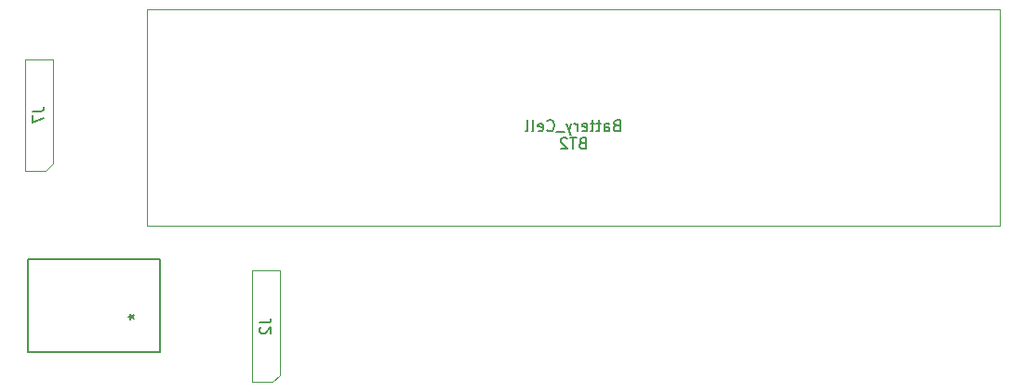
<source format=gbr>
%TF.GenerationSoftware,KiCad,Pcbnew,9.0.3*%
%TF.CreationDate,2025-07-30T11:35:09+02:00*%
%TF.ProjectId,TPOneBoard,54504f6e-6542-46f6-9172-642e6b696361,rev?*%
%TF.SameCoordinates,Original*%
%TF.FileFunction,AssemblyDrawing,Bot*%
%FSLAX46Y46*%
G04 Gerber Fmt 4.6, Leading zero omitted, Abs format (unit mm)*
G04 Created by KiCad (PCBNEW 9.0.3) date 2025-07-30 11:35:09*
%MOMM*%
%LPD*%
G01*
G04 APERTURE LIST*
%ADD10C,0.150000*%
%ADD11C,0.100000*%
%ADD12C,0.152400*%
G04 APERTURE END LIST*
D10*
X175969819Y-114551666D02*
X176684104Y-114551666D01*
X176684104Y-114551666D02*
X176826961Y-114504047D01*
X176826961Y-114504047D02*
X176922200Y-114408809D01*
X176922200Y-114408809D02*
X176969819Y-114265952D01*
X176969819Y-114265952D02*
X176969819Y-114170714D01*
X176065057Y-114980238D02*
X176017438Y-115027857D01*
X176017438Y-115027857D02*
X175969819Y-115123095D01*
X175969819Y-115123095D02*
X175969819Y-115361190D01*
X175969819Y-115361190D02*
X176017438Y-115456428D01*
X176017438Y-115456428D02*
X176065057Y-115504047D01*
X176065057Y-115504047D02*
X176160295Y-115551666D01*
X176160295Y-115551666D02*
X176255533Y-115551666D01*
X176255533Y-115551666D02*
X176398390Y-115504047D01*
X176398390Y-115504047D02*
X176969819Y-114932619D01*
X176969819Y-114932619D02*
X176969819Y-115551666D01*
X208418763Y-96566009D02*
X208275906Y-96613628D01*
X208275906Y-96613628D02*
X208228287Y-96661247D01*
X208228287Y-96661247D02*
X208180668Y-96756485D01*
X208180668Y-96756485D02*
X208180668Y-96899342D01*
X208180668Y-96899342D02*
X208228287Y-96994580D01*
X208228287Y-96994580D02*
X208275906Y-97042200D01*
X208275906Y-97042200D02*
X208371144Y-97089819D01*
X208371144Y-97089819D02*
X208752096Y-97089819D01*
X208752096Y-97089819D02*
X208752096Y-96089819D01*
X208752096Y-96089819D02*
X208418763Y-96089819D01*
X208418763Y-96089819D02*
X208323525Y-96137438D01*
X208323525Y-96137438D02*
X208275906Y-96185057D01*
X208275906Y-96185057D02*
X208228287Y-96280295D01*
X208228287Y-96280295D02*
X208228287Y-96375533D01*
X208228287Y-96375533D02*
X208275906Y-96470771D01*
X208275906Y-96470771D02*
X208323525Y-96518390D01*
X208323525Y-96518390D02*
X208418763Y-96566009D01*
X208418763Y-96566009D02*
X208752096Y-96566009D01*
X207323525Y-97089819D02*
X207323525Y-96566009D01*
X207323525Y-96566009D02*
X207371144Y-96470771D01*
X207371144Y-96470771D02*
X207466382Y-96423152D01*
X207466382Y-96423152D02*
X207656858Y-96423152D01*
X207656858Y-96423152D02*
X207752096Y-96470771D01*
X207323525Y-97042200D02*
X207418763Y-97089819D01*
X207418763Y-97089819D02*
X207656858Y-97089819D01*
X207656858Y-97089819D02*
X207752096Y-97042200D01*
X207752096Y-97042200D02*
X207799715Y-96946961D01*
X207799715Y-96946961D02*
X207799715Y-96851723D01*
X207799715Y-96851723D02*
X207752096Y-96756485D01*
X207752096Y-96756485D02*
X207656858Y-96708866D01*
X207656858Y-96708866D02*
X207418763Y-96708866D01*
X207418763Y-96708866D02*
X207323525Y-96661247D01*
X206990191Y-96423152D02*
X206609239Y-96423152D01*
X206847334Y-96089819D02*
X206847334Y-96946961D01*
X206847334Y-96946961D02*
X206799715Y-97042200D01*
X206799715Y-97042200D02*
X206704477Y-97089819D01*
X206704477Y-97089819D02*
X206609239Y-97089819D01*
X206418762Y-96423152D02*
X206037810Y-96423152D01*
X206275905Y-96089819D02*
X206275905Y-96946961D01*
X206275905Y-96946961D02*
X206228286Y-97042200D01*
X206228286Y-97042200D02*
X206133048Y-97089819D01*
X206133048Y-97089819D02*
X206037810Y-97089819D01*
X205323524Y-97042200D02*
X205418762Y-97089819D01*
X205418762Y-97089819D02*
X205609238Y-97089819D01*
X205609238Y-97089819D02*
X205704476Y-97042200D01*
X205704476Y-97042200D02*
X205752095Y-96946961D01*
X205752095Y-96946961D02*
X205752095Y-96566009D01*
X205752095Y-96566009D02*
X205704476Y-96470771D01*
X205704476Y-96470771D02*
X205609238Y-96423152D01*
X205609238Y-96423152D02*
X205418762Y-96423152D01*
X205418762Y-96423152D02*
X205323524Y-96470771D01*
X205323524Y-96470771D02*
X205275905Y-96566009D01*
X205275905Y-96566009D02*
X205275905Y-96661247D01*
X205275905Y-96661247D02*
X205752095Y-96756485D01*
X204847333Y-97089819D02*
X204847333Y-96423152D01*
X204847333Y-96613628D02*
X204799714Y-96518390D01*
X204799714Y-96518390D02*
X204752095Y-96470771D01*
X204752095Y-96470771D02*
X204656857Y-96423152D01*
X204656857Y-96423152D02*
X204561619Y-96423152D01*
X204323523Y-96423152D02*
X204085428Y-97089819D01*
X203847333Y-96423152D02*
X204085428Y-97089819D01*
X204085428Y-97089819D02*
X204180666Y-97327914D01*
X204180666Y-97327914D02*
X204228285Y-97375533D01*
X204228285Y-97375533D02*
X204323523Y-97423152D01*
X203704476Y-97185057D02*
X202942571Y-97185057D01*
X202133047Y-96994580D02*
X202180666Y-97042200D01*
X202180666Y-97042200D02*
X202323523Y-97089819D01*
X202323523Y-97089819D02*
X202418761Y-97089819D01*
X202418761Y-97089819D02*
X202561618Y-97042200D01*
X202561618Y-97042200D02*
X202656856Y-96946961D01*
X202656856Y-96946961D02*
X202704475Y-96851723D01*
X202704475Y-96851723D02*
X202752094Y-96661247D01*
X202752094Y-96661247D02*
X202752094Y-96518390D01*
X202752094Y-96518390D02*
X202704475Y-96327914D01*
X202704475Y-96327914D02*
X202656856Y-96232676D01*
X202656856Y-96232676D02*
X202561618Y-96137438D01*
X202561618Y-96137438D02*
X202418761Y-96089819D01*
X202418761Y-96089819D02*
X202323523Y-96089819D01*
X202323523Y-96089819D02*
X202180666Y-96137438D01*
X202180666Y-96137438D02*
X202133047Y-96185057D01*
X201323523Y-97042200D02*
X201418761Y-97089819D01*
X201418761Y-97089819D02*
X201609237Y-97089819D01*
X201609237Y-97089819D02*
X201704475Y-97042200D01*
X201704475Y-97042200D02*
X201752094Y-96946961D01*
X201752094Y-96946961D02*
X201752094Y-96566009D01*
X201752094Y-96566009D02*
X201704475Y-96470771D01*
X201704475Y-96470771D02*
X201609237Y-96423152D01*
X201609237Y-96423152D02*
X201418761Y-96423152D01*
X201418761Y-96423152D02*
X201323523Y-96470771D01*
X201323523Y-96470771D02*
X201275904Y-96566009D01*
X201275904Y-96566009D02*
X201275904Y-96661247D01*
X201275904Y-96661247D02*
X201752094Y-96756485D01*
X200704475Y-97089819D02*
X200799713Y-97042200D01*
X200799713Y-97042200D02*
X200847332Y-96946961D01*
X200847332Y-96946961D02*
X200847332Y-96089819D01*
X200180665Y-97089819D02*
X200275903Y-97042200D01*
X200275903Y-97042200D02*
X200323522Y-96946961D01*
X200323522Y-96946961D02*
X200323522Y-96089819D01*
X205299714Y-98166009D02*
X205156857Y-98213628D01*
X205156857Y-98213628D02*
X205109238Y-98261247D01*
X205109238Y-98261247D02*
X205061619Y-98356485D01*
X205061619Y-98356485D02*
X205061619Y-98499342D01*
X205061619Y-98499342D02*
X205109238Y-98594580D01*
X205109238Y-98594580D02*
X205156857Y-98642200D01*
X205156857Y-98642200D02*
X205252095Y-98689819D01*
X205252095Y-98689819D02*
X205633047Y-98689819D01*
X205633047Y-98689819D02*
X205633047Y-97689819D01*
X205633047Y-97689819D02*
X205299714Y-97689819D01*
X205299714Y-97689819D02*
X205204476Y-97737438D01*
X205204476Y-97737438D02*
X205156857Y-97785057D01*
X205156857Y-97785057D02*
X205109238Y-97880295D01*
X205109238Y-97880295D02*
X205109238Y-97975533D01*
X205109238Y-97975533D02*
X205156857Y-98070771D01*
X205156857Y-98070771D02*
X205204476Y-98118390D01*
X205204476Y-98118390D02*
X205299714Y-98166009D01*
X205299714Y-98166009D02*
X205633047Y-98166009D01*
X204775904Y-97689819D02*
X204204476Y-97689819D01*
X204490190Y-98689819D02*
X204490190Y-97689819D01*
X203918761Y-97785057D02*
X203871142Y-97737438D01*
X203871142Y-97737438D02*
X203775904Y-97689819D01*
X203775904Y-97689819D02*
X203537809Y-97689819D01*
X203537809Y-97689819D02*
X203442571Y-97737438D01*
X203442571Y-97737438D02*
X203394952Y-97785057D01*
X203394952Y-97785057D02*
X203347333Y-97880295D01*
X203347333Y-97880295D02*
X203347333Y-97975533D01*
X203347333Y-97975533D02*
X203394952Y-98118390D01*
X203394952Y-98118390D02*
X203966380Y-98689819D01*
X203966380Y-98689819D02*
X203347333Y-98689819D01*
X164031819Y-113995999D02*
X164269914Y-113995999D01*
X164174676Y-113757904D02*
X164269914Y-113995999D01*
X164269914Y-113995999D02*
X164174676Y-114234094D01*
X164460390Y-113853142D02*
X164269914Y-113995999D01*
X164269914Y-113995999D02*
X164460390Y-114138856D01*
X155306819Y-95274666D02*
X156021104Y-95274666D01*
X156021104Y-95274666D02*
X156163961Y-95227047D01*
X156163961Y-95227047D02*
X156259200Y-95131809D01*
X156259200Y-95131809D02*
X156306819Y-94988952D01*
X156306819Y-94988952D02*
X156306819Y-94893714D01*
X155306819Y-95655619D02*
X155306819Y-96322285D01*
X155306819Y-96322285D02*
X156306819Y-95893714D01*
D11*
%TO.C,J2*%
X175245000Y-109805000D02*
X175245000Y-119965000D01*
X175245000Y-119965000D02*
X177150000Y-119965000D01*
X177150000Y-119965000D02*
X177785000Y-119330000D01*
X177785000Y-109805000D02*
X175245000Y-109805000D01*
X177785000Y-119330000D02*
X177785000Y-109805000D01*
%TO.C,BT2*%
X165714000Y-85985000D02*
X165714000Y-105685000D01*
X165714000Y-105685000D02*
X243314000Y-105685000D01*
X243314000Y-85985000D02*
X165714000Y-85985000D01*
X243314000Y-105685000D02*
X243314000Y-85985000D01*
D12*
%TO.C,J6*%
X154877001Y-108745935D02*
X166877001Y-108745935D01*
X154877001Y-117245933D02*
X154877001Y-108745935D01*
X166877001Y-108745935D02*
X166877001Y-117245933D01*
X166877001Y-117245933D02*
X154877001Y-117245933D01*
D11*
%TO.C,J7*%
X154582000Y-90528000D02*
X154582000Y-100688000D01*
X154582000Y-100688000D02*
X156487000Y-100688000D01*
X156487000Y-100688000D02*
X157122000Y-100053000D01*
X157122000Y-90528000D02*
X154582000Y-90528000D01*
X157122000Y-100053000D02*
X157122000Y-90528000D01*
%TD*%
M02*

</source>
